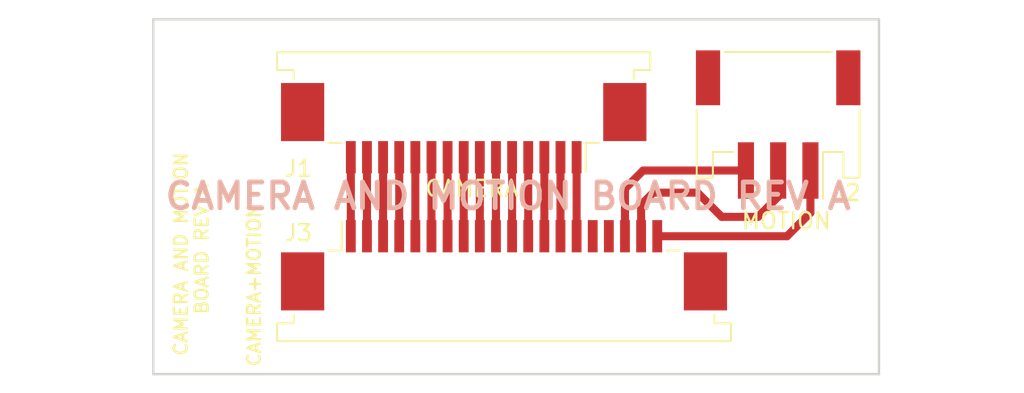
<source format=kicad_pcb>
(kicad_pcb (version 20221018) (generator pcbnew)
  (layers (0 "F.Cu" signal) (31 "B.Cu" signal) (34 "B.Paste" user) (35 "F.Paste" user) (36 "B.SilkS" user "B.Silkscreen") (37 "F.SilkS" user "F.Silkscreen") (38 "B.Mask" user) (39 "F.Mask" user) (44 "Edge.Cuts" user))
  (net 0 "")
  (net 1 "Net-(J1-Pad1)")
  (net 2 "Net-(J1-Pad2)")
  (net 3 "Net-(J1-Pad3)")
  (net 4 "Net-(J1-Pad4)")
  (net 5 "Net-(J1-Pad5)")
  (net 6 "Net-(J1-Pad6)")
  (net 7 "Net-(J1-Pad7)")
  (net 8 "Net-(J1-Pad8)")
  (net 9 "Net-(J1-Pad9)")
  (net 10 "Net-(J1-Pad10)")
  (net 11 "Net-(J1-Pad11)")
  (net 12 "Net-(J1-Pad12)")
  (net 13 "Net-(J1-Pad13)")
  (net 14 "Net-(J1-Pad14)")
  (net 15 "Net-(J1-Pad15)")
  (net 16 "Net-(J2-Pad1)")
  (net 17 "Net-(J2-Pad2)")
  (net 18 "Net-(J2-Pad3)")
  (net 19 "Net-(J3-Pad16)")
  (net 20 "Net-(J3-Pad17)")
  (footprint "Connector_FFC-FPC:TE_1-84953-5_1x15_P1.0mm_Horizontal" (layer "F.Cu") (at 119.25 106.75 180)
    (fp_text reference "J1" (at 10.25 -2.5 180) (layer "F.SilkS"))
    (fp_text value "CAMERA" (at -0.5 -3.75 180) (layer "F.SilkS"))
    (fp_line (start -11.57 3.6) (end -10.545 3.6) (stroke (width 0.12)) (layer "F.SilkS"))
    (fp_line (start -11.57 4.71) (end -11.57 3.6) (stroke (width 0.12)) (layer "F.SilkS"))
    (fp_line (start -10.545 3.6) (end -10.545 3.06) (stroke (width 0.12)) (layer "F.SilkS"))
    (fp_line (start -8.39 -0.91) (end -7.565 -0.91) (stroke (width 0.12)) (layer "F.SilkS"))
    (fp_line (start -7.565 -0.91) (end -7.565 -2.71) (stroke (width 0.12)) (layer "F.SilkS"))
    (fp_line (start 7.565 -0.91) (end 8.39 -0.91) (stroke (width 0.12)) (layer "F.SilkS"))
    (fp_line (start 10.545 3.06) (end 10.545 3.6) (stroke (width 0.12)) (layer "F.SilkS"))
    (fp_line (start 10.545 3.6) (end 11.57 3.6) (stroke (width 0.12)) (layer "F.SilkS"))
    (fp_line (start 11.57 3.6) (end 11.57 4.71) (stroke (width 0.12)) (layer "F.SilkS"))
    (fp_line (start 11.57 4.71) (end -11.57 4.71) (stroke (width 0.12)) (layer "F.SilkS"))
    (pad "" smd rect (at -9.99 1 180) (size 2.68 3.6) (layers "F.Cu" "F.Paste" "F.Mask"))
    (pad "" smd rect (at 9.99 1 180) (size 2.68 3.6) (layers "F.Cu" "F.Paste" "F.Mask"))
    (pad "1" smd rect (at -7 -1.8 180) (size 0.61 2) (layers "F.Cu" "F.Paste" "F.Mask") (net 1 "Net-(J1-Pad1)"))
    (pad "2" smd rect (at -6 -1.8 180) (size 0.61 2) (layers "F.Cu" "F.Paste" "F.Mask") (net 2 "Net-(J1-Pad2)"))
    (pad "3" smd rect (at -5 -1.8 180) (size 0.61 2) (layers "F.Cu" "F.Paste" "F.Mask") (net 3 "Net-(J1-Pad3)"))
    (pad "4" smd rect (at -4 -1.8 180) (size 0.61 2) (layers "F.Cu" "F.Paste" "F.Mask") (net 4 "Net-(J1-Pad4)"))
    (pad "5" smd rect (at -3 -1.8 180) (size 0.61 2) (layers "F.Cu" "F.Paste" "F.Mask") (net 5 "Net-(J1-Pad5)"))
    (pad "6" smd rect (at -2 -1.8 180) (size 0.61 2) (layers "F.Cu" "F.Paste" "F.Mask") (net 6 "Net-(J1-Pad6)"))
    (pad "7" smd rect (at -1 -1.8 180) (size 0.61 2) (layers "F.Cu" "F.Paste" "F.Mask") (net 7 "Net-(J1-Pad7)"))
    (pad "8" smd rect (at 0 -1.8 180) (size 0.61 2) (layers "F.Cu" "F.Paste" "F.Mask") (net 8 "Net-(J1-Pad8)"))
    (pad "9" smd rect (at 1 -1.8 180) (size 0.61 2) (layers "F.Cu" "F.Paste" "F.Mask") (net 9 "Net-(J1-Pad9)"))
    (pad "10" smd rect (at 2 -1.8 180) (size 0.61 2) (layers "F.Cu" "F.Paste" "F.Mask") (net 10 "Net-(J1-Pad10)"))
    (pad "11" smd rect (at 3 -1.8 180) (size 0.61 2) (layers "F.Cu" "F.Paste" "F.Mask") (net 11 "Net-(J1-Pad11)"))
    (pad "12" smd rect (at 4 -1.8 180) (size 0.61 2) (layers "F.Cu" "F.Paste" "F.Mask") (net 12 "Net-(J1-Pad12)"))
    (pad "13" smd rect (at 5 -1.8 180) (size 0.61 2) (layers "F.Cu" "F.Paste" "F.Mask") (net 13 "Net-(J1-Pad13)"))
    (pad "14" smd rect (at 6 -1.8 180) (size 0.61 2) (layers "F.Cu" "F.Paste" "F.Mask") (net 14 "Net-(J1-Pad14)"))
    (pad "15" smd rect (at 7 -1.8 180) (size 0.61 2) (layers "F.Cu" "F.Paste" "F.Mask") (net 15 "Net-(J1-Pad15)"))
  )
  (footprint "Connectors_JST:JST_PH_S3B-PH-SM4-TB_03x2.00mm_Angled" (layer "F.Cu") (at 138.75 106.5 180)
    (fp_text reference "J2" (at -4.25 -4.25 180) (layer "F.SilkS"))
    (fp_text value "MOTION" (at -0.5 -6 180) (layer "F.SilkS"))
    (fp_line (start -5.05 -3.325) (end -5.05 0.9) (stroke (width 0.12)) (layer "F.SilkS"))
    (fp_line (start -4.05 -3.325) (end -5.05 -3.325) (stroke (width 0.12)) (layer "F.SilkS"))
    (fp_line (start -4.05 -1.725) (end -4.05 -3.325) (stroke (width 0.12)) (layer "F.SilkS"))
    (fp_line (start -3.325 4.475) (end 3.325 4.475) (stroke (width 0.12)) (layer "F.SilkS"))
    (fp_line (start -2.775 -1.725) (end -4.05 -1.725) (stroke (width 0.12)) (layer "F.SilkS"))
    (fp_line (start -2.775 -1.725) (end -2.775 -4.625) (stroke (width 0.12)) (layer "F.SilkS"))
    (fp_line (start 4.05 -3.325) (end 4.05 -1.725) (stroke (width 0.12)) (layer "F.SilkS"))
    (fp_line (start 4.05 -1.725) (end 2.775 -1.725) (stroke (width 0.12)) (layer "F.SilkS"))
    (fp_line (start 5.05 -3.325) (end 4.05 -3.325) (stroke (width 0.12)) (layer "F.SilkS"))
    (fp_line (start 5.05 0.9) (end 5.05 -3.325) (stroke (width 0.12)) (layer "F.SilkS"))
    (pad "" smd rect (at -4.35 2.875 180) (size 1.5 3.4) (layers "F.Cu" "F.Paste" "F.Mask"))
    (pad "" smd rect (at 4.35 2.875 180) (size 1.5 3.4) (layers "F.Cu" "F.Paste" "F.Mask"))
    (pad "1" smd rect (at -2 -2.875 180) (size 1 3.5) (layers "F.Cu" "F.Paste" "F.Mask") (net 16 "Net-(J2-Pad1)"))
    (pad "2" smd rect (at 0 -2.875 180) (size 1 3.5) (layers "F.Cu" "F.Paste" "F.Mask") (net 17 "Net-(J2-Pad2)"))
    (pad "3" smd rect (at 2 -2.875 180) (size 1 3.5) (layers "F.Cu" "F.Paste" "F.Mask") (net 18 "Net-(J2-Pad3)"))
  )
  (footprint "Connector_FFC-FPC:TE_2-84953-0_1x20_P1.0mm_Horizontal" (layer "F.Cu") (at 121.75 115.25)
    (fp_text reference "J3" (at -12.75 -2) (layer "F.SilkS"))
    (fp_text value "CAMERA+MOTION" (at -15.5 1.25 90) (layer "F.SilkS") (effects (font (size 0.8 0.8))))
    (fp_line (start -14.07 3.6) (end -13.045 3.6) (stroke (width 0.12)) (layer "F.SilkS"))
    (fp_line (start -14.07 4.71) (end -14.07 3.6) (stroke (width 0.12)) (layer "F.SilkS"))
    (fp_line (start -13.045 3.6) (end -13.045 3.06) (stroke (width 0.12)) (layer "F.SilkS"))
    (fp_line (start -10.89 -0.91) (end -10.065 -0.91) (stroke (width 0.12)) (layer "F.SilkS"))
    (fp_line (start -10.065 -0.91) (end -10.065 -2.71) (stroke (width 0.12)) (layer "F.SilkS"))
    (fp_line (start 10.065 -0.91) (end 10.89 -0.91) (stroke (width 0.12)) (layer "F.SilkS"))
    (fp_line (start 13.045 3.06) (end 13.045 3.6) (stroke (width 0.12)) (layer "F.SilkS"))
    (fp_line (start 13.045 3.6) (end 14.07 3.6) (stroke (width 0.12)) (layer "F.SilkS"))
    (fp_line (start 14.07 3.6) (end 14.07 4.71) (stroke (width 0.12)) (layer "F.SilkS"))
    (fp_line (start 14.07 4.71) (end -14.07 4.71) (stroke (width 0.12)) (layer "F.SilkS"))
    (pad "" smd rect (at -12.49 1) (size 2.68 3.6) (layers "F.Cu" "F.Paste" "F.Mask"))
    (pad "" smd rect (at 12.49 1) (size 2.68 3.6) (layers "F.Cu" "F.Paste" "F.Mask"))
    (pad "1" smd rect (at -9.5 -1.8) (size 0.61 2) (layers "F.Cu" "F.Paste" "F.Mask") (net 15 "Net-(J1-Pad15)"))
    (pad "2" smd rect (at -8.5 -1.8) (size 0.61 2) (layers "F.Cu" "F.Paste" "F.Mask") (net 14 "Net-(J1-Pad14)"))
    (pad "3" smd rect (at -7.5 -1.8) (size 0.61 2) (layers "F.Cu" "F.Paste" "F.Mask") (net 13 "Net-(J1-Pad13)"))
    (pad "4" smd rect (at -6.5 -1.8) (size 0.61 2) (layers "F.Cu" "F.Paste" "F.Mask") (net 12 "Net-(J1-Pad12)"))
    (pad "5" smd rect (at -5.5 -1.8) (size 0.61 2) (layers "F.Cu" "F.Paste" "F.Mask") (net 11 "Net-(J1-Pad11)"))
    (pad "6" smd rect (at -4.5 -1.8) (size 0.61 2) (layers "F.Cu" "F.Paste" "F.Mask") (net 10 "Net-(J1-Pad10)"))
    (pad "7" smd rect (at -3.5 -1.8) (size 0.61 2) (layers "F.Cu" "F.Paste" "F.Mask") (net 9 "Net-(J1-Pad9)"))
    (pad "8" smd rect (at -2.5 -1.8) (size 0.61 2) (layers "F.Cu" "F.Paste" "F.Mask") (net 8 "Net-(J1-Pad8)"))
    (pad "9" smd rect (at -1.5 -1.8) (size 0.61 2) (layers "F.Cu" "F.Paste" "F.Mask") (net 7 "Net-(J1-Pad7)"))
    (pad "10" smd rect (at -0.5 -1.8) (size 0.61 2) (layers "F.Cu" "F.Paste" "F.Mask") (net 6 "Net-(J1-Pad6)"))
    (pad "11" smd rect (at 0.5 -1.8) (size 0.61 2) (layers "F.Cu" "F.Paste" "F.Mask") (net 5 "Net-(J1-Pad5)"))
    (pad "12" smd rect (at 1.5 -1.8) (size 0.61 2) (layers "F.Cu" "F.Paste" "F.Mask") (net 4 "Net-(J1-Pad4)"))
    (pad "13" smd rect (at 2.5 -1.8) (size 0.61 2) (layers "F.Cu" "F.Paste" "F.Mask") (net 3 "Net-(J1-Pad3)"))
    (pad "14" smd rect (at 3.5 -1.8) (size 0.61 2) (layers "F.Cu" "F.Paste" "F.Mask") (net 2 "Net-(J1-Pad2)"))
    (pad "15" smd rect (at 4.5 -1.8) (size 0.61 2) (layers "F.Cu" "F.Paste" "F.Mask") (net 1 "Net-(J1-Pad1)"))
    (pad "16" smd rect (at 5.5 -1.8) (size 0.61 2) (layers "F.Cu" "F.Paste" "F.Mask") (net 19 "Net-(J3-Pad16)"))
    (pad "17" smd rect (at 6.5 -1.8) (size 0.61 2) (layers "F.Cu" "F.Paste" "F.Mask") (net 20 "Net-(J3-Pad17)"))
    (pad "18" smd rect (at 7.5 -1.8) (size 0.61 2) (layers "F.Cu" "F.Paste" "F.Mask") (net 18 "Net-(J2-Pad3)"))
    (pad "19" smd rect (at 8.5 -1.8) (size 0.61 2) (layers "F.Cu" "F.Paste" "F.Mask") (net 17 "Net-(J2-Pad2)"))
    (pad "20" smd rect (at 9.5 -1.8) (size 0.61 2) (layers "F.Cu" "F.Paste" "F.Mask") (net 16 "Net-(J2-Pad1)"))
  )
  (footprint "Mounting_Holes:MountingHole_3.2mm_M3_ISO7380" (layer "F.Cu") (at 103.5 103.5)
    (fp_text reference "REF**")
    (fp_text value "MountingHole_3.2mm_M3_ISO7380")
    (pad "" np_thru_hole circle (at 0 0) (size 3.2 3.2) (drill 3.2) (layers "*.Cu" "*.Mask"))
  )
  (footprint "Mounting_Holes:MountingHole_3.2mm_M3_ISO7380" (layer "F.Cu") (at 141 118.5)
    (fp_text reference "REF**")
    (fp_text value "MountingHole_3.2mm_M3_ISO7380")
    (pad "" np_thru_hole circle (at 0 0) (size 3.2 3.2) (drill 3.2) (layers "*.Cu" "*.Mask"))
  )
  (gr_line (start 145 100) (end 145 122) (stroke (width 0.15)) (layer "Edge.Cuts"))
  (gr_line (start 100 100) (end 145 100) (stroke (width 0.15)) (layer "Edge.Cuts"))
  (gr_line (start 145 122) (end 100 122) (stroke (width 0.15)) (layer "Edge.Cuts"))
  (gr_line (start 100 122) (end 100 100) (stroke (width 0.15)) (layer "Edge.Cuts"))
  (gr_text "CAMERA AND MOTION BOARD REV A\n\n" (at 122 112.25) (layer "B.SilkS") (effects (font (size 1.6 1.6) (thickness 0.3))))
  (gr_text "CAMERA AND MOTION \nBOARD REV A\n\n" (at 103 114.25 90) (layer "F.SilkS") (effects (font (size 0.8 0.8))))
  (segment (start 126.25 108.55) (end 126.25 113.45) (width 0.5) (layer "F.Cu") (net 1))
  (segment (start 125.25 108.55) (end 125.25 113.45) (width 0.5) (layer "F.Cu") (net 2))
  (segment (start 124.25 108.55) (end 124.25 113.45) (width 0.5) (layer "F.Cu") (net 3))
  (segment (start 123.25 108.55) (end 123.25 113.45) (width 0.5) (layer "F.Cu") (net 4))
  (segment (start 122.25 108.55) (end 122.25 113.45) (width 0.5) (layer "F.Cu") (net 5))
  (segment (start 121.25 108.55) (end 121.25 113.45) (width 0.5) (layer "F.Cu") (net 6))
  (segment (start 120.25 108.55) (end 120.25 113.45) (width 0.5) (layer "F.Cu") (net 7))
  (segment (start 119.25 108.55) (end 119.25 113.45) (width 0.5) (layer "F.Cu") (net 8))
  (segment (start 118.25 108.55) (end 118.25 113.45) (width 0.5) (layer "F.Cu") (net 9))
  (segment (start 117.25 108.55) (end 117.25 113.45) (width 0.5) (layer "F.Cu") (net 10))
  (segment (start 116.25 108.55) (end 116.25 113.45) (width 0.5) (layer "F.Cu") (net 11))
  (segment (start 115.25 108.55) (end 115.25 113.45) (width 0.5) (layer "F.Cu") (net 12))
  (segment (start 114.25 108.55) (end 114.25 113.45) (width 0.5) (layer "F.Cu") (net 13))
  (segment (start 113.25 108.55) (end 113.25 113.45) (width 0.5) (layer "F.Cu") (net 14))
  (segment (start 112.25 108.55) (end 112.25 113.45) (width 0.5) (layer "F.Cu") (net 15))
  (segment (start 140.75 112) (end 139.3 113.45) (width 0.5) (layer "F.Cu") (net 16))
  (segment (start 139.3 113.45) (end 131.25 113.45) (width 0.5) (layer "F.Cu") (net 16))
  (segment (start 140.75 109.375) (end 140.75 112) (width 0.5) (layer "F.Cu") (net 16))
  (segment (start 138.75 111) (end 137.5 112.25) (width 0.5) (layer "F.Cu") (net 17))
  (segment (start 137.5 112.25) (end 135.25 112.25) (width 0.5) (layer "F.Cu") (net 17))
  (segment (start 135.25 112.25) (end 133.75 110.75) (width 0.5) (layer "F.Cu") (net 17))
  (segment (start 133.75 110.75) (end 131 110.75) (width 0.5) (layer "F.Cu") (net 17))
  (segment (start 131 110.75) (end 130.25 111.5) (width 0.5) (layer "F.Cu") (net 17))
  (segment (start 130.25 111.5) (end 130.25 113.45) (width 0.5) (layer "F.Cu") (net 17))
  (segment (start 138.75 109.375) (end 138.75 111) (width 0.5) (layer "F.Cu") (net 17))
  (segment (start 130.375 109.375) (end 129.25 110.5) (width 0.5) (layer "F.Cu") (net 18))
  (segment (start 129.25 110.5) (end 129.25 113.45) (width 0.5) (layer "F.Cu") (net 18))
  (segment (start 136.75 109.375) (end 130.375 109.375) (width 0.5) (layer "F.Cu") (net 18))
)
</source>
